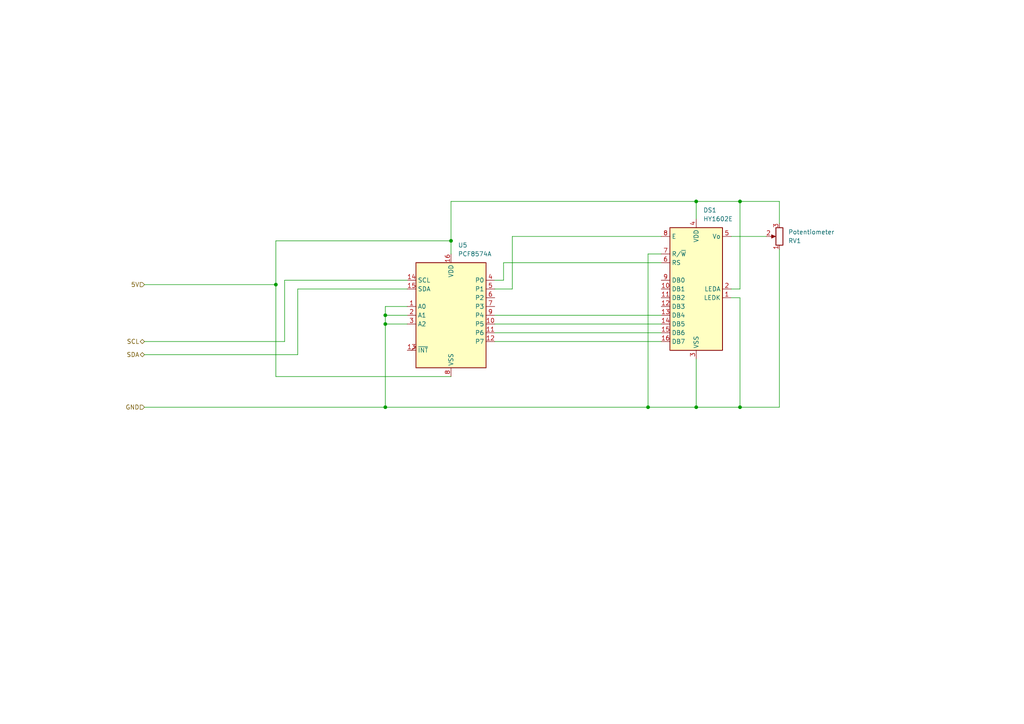
<source format=kicad_sch>
(kicad_sch (version 20211123) (generator eeschema)
  (paper "A4")
  (lib_symbols
    (symbol "Device:R_Potentiometer" (pin_names (offset 1.016) hide)
      (property "Reference" "RV" (at -4.445 0 90))
      (property "Value" "R_Potentiometer" (at -2.54 0 90))
      (symbol "R_Potentiometer_0_1"
        (polyline (pts (xy 2.54 0) (xy 1.524 0)))
        (polyline (pts (xy 1.143 0) (xy 2.286 0.508) (xy 2.286 -0.508) (xy 1.143 0)) (fill (type outline)))
        (rectangle (start 1.016 2.54) (end -1.016 -2.54) (stroke (width 0.254)))
      )
      (symbol "R_Potentiometer_1_1"
        (pin passive line (at 0 3.81 270) (length 1.27) (name "1") (number "1"))
        (pin passive line (at 3.81 0 180) (length 1.27) (name "2") (number "2"))
        (pin passive line (at 0 -3.81 90) (length 1.27) (name "3") (number "3"))
      )
    )
    (symbol "Display_Character:HY1602E"
      (property "Reference" "DS" (at -6.096 19.05 0))
      (property "Value" "HY1602E" (at 5.08 19.05 0))
      (symbol "HY1602E_0_1"
        (rectangle (start -7.62 17.78) (end 7.62 -17.78) (stroke (width 0.254)) (fill (type background)))
      )
      (symbol "HY1602E_1_1"
        (pin passive line (at 10.16 -2.54 180) (length 2.54) (name "LEDK") (number "1"))
        (pin bidirectional line (at -10.16 0 0) (length 2.54) (name "DB1") (number "10"))
        (pin bidirectional line (at -10.16 -2.54 0) (length 2.54) (name "DB2") (number "11"))
        (pin bidirectional line (at -10.16 -5.08 0) (length 2.54) (name "DB3") (number "12"))
        (pin bidirectional line (at -10.16 -7.62 0) (length 2.54) (name "DB4") (number "13"))
        (pin bidirectional line (at -10.16 -10.16 0) (length 2.54) (name "DB5") (number "14"))
        (pin bidirectional line (at -10.16 -12.7 0) (length 2.54) (name "DB6") (number "15"))
        (pin bidirectional line (at -10.16 -15.24 0) (length 2.54) (name "DB7") (number "16"))
        (pin passive line (at 10.16 0 180) (length 2.54) (name "LEDA") (number "2"))
        (pin power_in line (at 0 -20.32 90) (length 2.54) (name "VSS") (number "3"))
        (pin power_in line (at 0 20.32 270) (length 2.54) (name "VDD") (number "4"))
        (pin input line (at 10.16 15.24 180) (length 2.54) (name "Vo") (number "5"))
        (pin input line (at -10.16 7.62 0) (length 2.54) (name "RS") (number "6"))
        (pin input line (at -10.16 10.16 0) (length 2.54) (name "R/~{W}") (number "7"))
        (pin input line (at -10.16 15.24 0) (length 2.54) (name "E") (number "8"))
        (pin bidirectional line (at -10.16 2.54 0) (length 2.54) (name "DB0") (number "9"))
      )
    )
    (symbol "Interface_Expansion:PCF8574A"
      (property "Reference" "U" (at -8.89 16.51 0))
      (property "Value" "PCF8574A" (at 2.54 16.51 0))
      (symbol "PCF8574A_0_1"
        (rectangle (start -10.16 15.24) (end 10.16 -15.24) (stroke (width 0.254)) (fill (type background)))
      )
      (symbol "PCF8574A_1_1"
        (pin input line (at -12.7 2.54 0) (length 2.54) (name "A0") (number "1"))
        (pin bidirectional line (at 12.7 -2.54 180) (length 2.54) (name "P5") (number "10"))
        (pin bidirectional line (at 12.7 -5.08 180) (length 2.54) (name "P6") (number "11"))
        (pin bidirectional line (at 12.7 -7.62 180) (length 2.54) (name "P7") (number "12"))
        (pin open_collector output_low (at -12.7 -10.16 0) (length 2.54) (name "~{INT}") (number "13"))
        (pin input line (at -12.7 10.16 0) (length 2.54) (name "SCL") (number "14"))
        (pin bidirectional line (at -12.7 7.62 0) (length 2.54) (name "SDA") (number "15"))
        (pin power_in line (at 0 17.78 270) (length 2.54) (name "VDD") (number "16"))
        (pin input line (at -12.7 0 0) (length 2.54) (name "A1") (number "2"))
        (pin input line (at -12.7 -2.54 0) (length 2.54) (name "A2") (number "3"))
        (pin bidirectional line (at 12.7 10.16 180) (length 2.54) (name "P0") (number "4"))
        (pin bidirectional line (at 12.7 7.62 180) (length 2.54) (name "P1") (number "5"))
        (pin bidirectional line (at 12.7 5.08 180) (length 2.54) (name "P2") (number "6"))
        (pin bidirectional line (at 12.7 2.54 180) (length 2.54) (name "P3") (number "7"))
        (pin power_in line (at 0 -17.78 90) (length 2.54) (name "VSS") (number "8"))
        (pin bidirectional line (at 12.7 0 180) (length 2.54) (name "P4") (number "9"))
      )
    )
  )
  (junction (at 130.81 69.85))
  (junction (at 214.63 58.42))
  (junction (at 201.93 118.11))
  (junction (at 111.76 93.98))
  (junction (at 80.01 82.55))
  (junction (at 214.63 118.11))
  (junction (at 201.93 58.42))
  (junction (at 111.76 91.44))
  (junction (at 187.96 118.11))
  (junction (at 111.76 118.11))
  (wire (pts (xy 191.77 73.66) (xy 187.96 73.66)))
  (wire (pts (xy 201.93 58.42) (xy 130.81 58.42)))
  (wire (pts (xy 111.76 91.44) (xy 111.76 93.98)))
  (wire (pts (xy 191.77 68.58) (xy 148.59 68.58)))
  (wire (pts (xy 82.55 81.28) (xy 118.11 81.28)))
  (wire (pts (xy 187.96 118.11) (xy 111.76 118.11)))
  (wire (pts (xy 82.55 99.06) (xy 82.55 81.28)))
  (wire (pts (xy 146.05 76.2) (xy 146.05 81.28)))
  (wire (pts (xy 214.63 83.82) (xy 214.63 58.42)))
  (wire (pts (xy 214.63 58.42) (xy 226.06 58.42)))
  (wire (pts (xy 214.63 86.36) (xy 214.63 118.11)))
  (wire (pts (xy 111.76 88.9) (xy 111.76 91.44)))
  (wire (pts (xy 212.09 83.82) (xy 214.63 83.82)))
  (wire (pts (xy 201.93 58.42) (xy 214.63 58.42)))
  (wire (pts (xy 143.51 83.82) (xy 148.59 83.82)))
  (wire (pts (xy 111.76 93.98) (xy 111.76 118.11)))
  (wire (pts (xy 143.51 96.52) (xy 191.77 96.52)))
  (wire (pts (xy 80.01 109.22) (xy 80.01 82.55)))
  (wire (pts (xy 212.09 86.36) (xy 214.63 86.36)))
  (wire (pts (xy 201.93 58.42) (xy 201.93 63.5)))
  (wire (pts (xy 41.91 102.87) (xy 86.36 102.87)))
  (wire (pts (xy 226.06 72.39) (xy 226.06 118.11)))
  (wire (pts (xy 130.81 69.85) (xy 130.81 73.66)))
  (wire (pts (xy 86.36 83.82) (xy 86.36 102.87)))
  (wire (pts (xy 80.01 109.22) (xy 130.81 109.22)))
  (wire (pts (xy 111.76 91.44) (xy 118.11 91.44)))
  (wire (pts (xy 86.36 83.82) (xy 118.11 83.82)))
  (wire (pts (xy 41.91 82.55) (xy 80.01 82.55)))
  (wire (pts (xy 111.76 118.11) (xy 41.91 118.11)))
  (wire (pts (xy 143.51 91.44) (xy 191.77 91.44)))
  (wire (pts (xy 226.06 118.11) (xy 214.63 118.11)))
  (wire (pts (xy 146.05 81.28) (xy 143.51 81.28)))
  (wire (pts (xy 226.06 64.77) (xy 226.06 58.42)))
  (wire (pts (xy 191.77 76.2) (xy 146.05 76.2)))
  (wire (pts (xy 143.51 93.98) (xy 191.77 93.98)))
  (wire (pts (xy 118.11 88.9) (xy 111.76 88.9)))
  (wire (pts (xy 148.59 68.58) (xy 148.59 83.82)))
  (wire (pts (xy 80.01 69.85) (xy 130.81 69.85)))
  (wire (pts (xy 201.93 104.14) (xy 201.93 118.11)))
  (wire (pts (xy 130.81 58.42) (xy 130.81 69.85)))
  (wire (pts (xy 187.96 73.66) (xy 187.96 118.11)))
  (wire (pts (xy 80.01 82.55) (xy 80.01 69.85)))
  (wire (pts (xy 41.91 99.06) (xy 82.55 99.06)))
  (wire (pts (xy 212.09 68.58) (xy 222.25 68.58)))
  (wire (pts (xy 214.63 118.11) (xy 201.93 118.11)))
  (wire (pts (xy 143.51 99.06) (xy 191.77 99.06)))
  (wire (pts (xy 201.93 118.11) (xy 187.96 118.11)))
  (wire (pts (xy 111.76 93.98) (xy 118.11 93.98)))
  (hierarchical_label "SDA" (shape bidirectional) (at 41.91 102.87 180))
  (hierarchical_label "5V" (shape input) (at 41.91 82.55 180))
  (hierarchical_label "SCL" (shape bidirectional) (at 41.91 99.06 180))
  (hierarchical_label "GND" (shape input) (at 41.91 118.11 180))
  (symbol (lib_id "Device:R_Potentiometer") (at 226.06 68.58 180) (unit 1)
    (property "Reference" "RV1" (at 228.6 69.8501 0) (effects (justify right)))
    (property "Value" "Potentiometer" (at 228.6 67.3101 0) (effects (justify right)))
    (property "Footprint" "Potentiometer_THT:Potentiometer_Runtron_RM-065_Vertical" (effects hide))
  )
  (symbol (lib_id "Interface_Expansion:PCF8574A") (at 130.81 91.44 0) (unit 1)
    (property "Reference" "U5" (at 132.8294 71.12 0) (effects (justify left)))
    (property "Value" "PCF8574A" (at 132.8294 73.66 0) (effects (justify left)))
    (property "Footprint" "Package_DIP:DIP-16_W7.62mm" (effects hide))
    (property "Datasheet" "http://www.nxp.com/documents/data_sheet/PCF8574_PCF8574A.pdf" (effects hide))
  )
  (symbol (lib_id "Display_Character:HY1602E") (at 201.93 83.82 0) (unit 1)
    (property "Reference" "DS1" (at 203.9494 60.96 0) (effects (justify left)))
    (property "Value" "HY1602E" (at 203.9494 63.5 0) (effects (justify left)))
    (property "Footprint" "Connector_PinHeader_2.54mm:PinHeader_1x16_P2.54mm_Vertical" (effects hide))
    (property "Datasheet" "http://www.icbank.com/data/ICBShop/board/HY1602E.pdf" (effects hide))
  )
)
</source>
